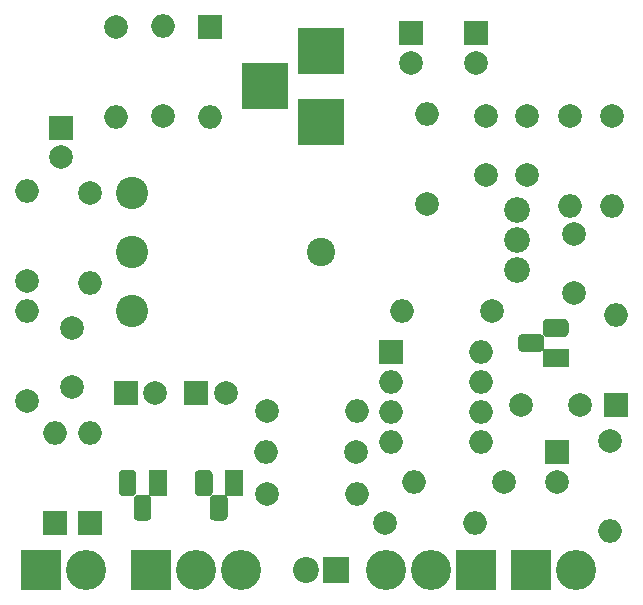
<source format=gbr>
G04 #@! TF.GenerationSoftware,KiCad,Pcbnew,(5.1.5-0-10_14)*
G04 #@! TF.CreationDate,2020-04-25T21:08:45+01:00*
G04 #@! TF.ProjectId,GlassBlower,476c6173-7342-46c6-9f77-65722e6b6963,rev?*
G04 #@! TF.SameCoordinates,Original*
G04 #@! TF.FileFunction,Soldermask,Top*
G04 #@! TF.FilePolarity,Negative*
%FSLAX46Y46*%
G04 Gerber Fmt 4.6, Leading zero omitted, Abs format (unit mm)*
G04 Created by KiCad (PCBNEW (5.1.5-0-10_14)) date 2020-04-25 21:08:45*
%MOMM*%
%LPD*%
G04 APERTURE LIST*
%ADD10R,2.000000X2.000000*%
%ADD11O,2.000000X2.000000*%
%ADD12C,2.000000*%
%ADD13C,2.400000*%
%ADD14C,2.740000*%
%ADD15C,3.399740*%
%ADD16R,3.399740X3.399740*%
%ADD17C,0.100000*%
%ADD18R,1.500000X2.200000*%
%ADD19R,3.900120X3.900120*%
%ADD20R,2.200000X2.200000*%
%ADD21C,2.200000*%
%ADD22R,2.200000X1.500000*%
%ADD23C,2.178000*%
G04 APERTURE END LIST*
D10*
X150340000Y-74000000D03*
D11*
X157960000Y-81620000D03*
X150340000Y-76540000D03*
X157960000Y-79080000D03*
X150340000Y-79080000D03*
X157960000Y-76540000D03*
X150340000Y-81620000D03*
X157960000Y-74000000D03*
D10*
X164340000Y-82500000D03*
D12*
X164340000Y-85000000D03*
X123340000Y-77000000D03*
X123340000Y-72000000D03*
D13*
X144340000Y-65500000D03*
D14*
X128340000Y-60500000D03*
X128340000Y-65500000D03*
X128340000Y-70500000D03*
D15*
X124500000Y-92500000D03*
D16*
X120690000Y-92500000D03*
D17*
G36*
X136141756Y-86071806D02*
G01*
X136178159Y-86077206D01*
X136213857Y-86086147D01*
X136248506Y-86098545D01*
X136281774Y-86114280D01*
X136313339Y-86133199D01*
X136342897Y-86155121D01*
X136370165Y-86179835D01*
X136394879Y-86207103D01*
X136416801Y-86236661D01*
X136435720Y-86268226D01*
X136451455Y-86301494D01*
X136463853Y-86336143D01*
X136472794Y-86371841D01*
X136478194Y-86408244D01*
X136480000Y-86445000D01*
X136480000Y-87895000D01*
X136478194Y-87931756D01*
X136472794Y-87968159D01*
X136463853Y-88003857D01*
X136451455Y-88038506D01*
X136435720Y-88071774D01*
X136416801Y-88103339D01*
X136394879Y-88132897D01*
X136370165Y-88160165D01*
X136342897Y-88184879D01*
X136313339Y-88206801D01*
X136281774Y-88225720D01*
X136248506Y-88241455D01*
X136213857Y-88253853D01*
X136178159Y-88262794D01*
X136141756Y-88268194D01*
X136105000Y-88270000D01*
X135355000Y-88270000D01*
X135318244Y-88268194D01*
X135281841Y-88262794D01*
X135246143Y-88253853D01*
X135211494Y-88241455D01*
X135178226Y-88225720D01*
X135146661Y-88206801D01*
X135117103Y-88184879D01*
X135089835Y-88160165D01*
X135065121Y-88132897D01*
X135043199Y-88103339D01*
X135024280Y-88071774D01*
X135008545Y-88038506D01*
X134996147Y-88003857D01*
X134987206Y-87968159D01*
X134981806Y-87931756D01*
X134980000Y-87895000D01*
X134980000Y-86445000D01*
X134981806Y-86408244D01*
X134987206Y-86371841D01*
X134996147Y-86336143D01*
X135008545Y-86301494D01*
X135024280Y-86268226D01*
X135043199Y-86236661D01*
X135065121Y-86207103D01*
X135089835Y-86179835D01*
X135117103Y-86155121D01*
X135146661Y-86133199D01*
X135178226Y-86114280D01*
X135211494Y-86098545D01*
X135246143Y-86086147D01*
X135281841Y-86077206D01*
X135318244Y-86071806D01*
X135355000Y-86070000D01*
X136105000Y-86070000D01*
X136141756Y-86071806D01*
G37*
G36*
X134871756Y-84001806D02*
G01*
X134908159Y-84007206D01*
X134943857Y-84016147D01*
X134978506Y-84028545D01*
X135011774Y-84044280D01*
X135043339Y-84063199D01*
X135072897Y-84085121D01*
X135100165Y-84109835D01*
X135124879Y-84137103D01*
X135146801Y-84166661D01*
X135165720Y-84198226D01*
X135181455Y-84231494D01*
X135193853Y-84266143D01*
X135202794Y-84301841D01*
X135208194Y-84338244D01*
X135210000Y-84375000D01*
X135210000Y-85825000D01*
X135208194Y-85861756D01*
X135202794Y-85898159D01*
X135193853Y-85933857D01*
X135181455Y-85968506D01*
X135165720Y-86001774D01*
X135146801Y-86033339D01*
X135124879Y-86062897D01*
X135100165Y-86090165D01*
X135072897Y-86114879D01*
X135043339Y-86136801D01*
X135011774Y-86155720D01*
X134978506Y-86171455D01*
X134943857Y-86183853D01*
X134908159Y-86192794D01*
X134871756Y-86198194D01*
X134835000Y-86200000D01*
X134085000Y-86200000D01*
X134048244Y-86198194D01*
X134011841Y-86192794D01*
X133976143Y-86183853D01*
X133941494Y-86171455D01*
X133908226Y-86155720D01*
X133876661Y-86136801D01*
X133847103Y-86114879D01*
X133819835Y-86090165D01*
X133795121Y-86062897D01*
X133773199Y-86033339D01*
X133754280Y-86001774D01*
X133738545Y-85968506D01*
X133726147Y-85933857D01*
X133717206Y-85898159D01*
X133711806Y-85861756D01*
X133710000Y-85825000D01*
X133710000Y-84375000D01*
X133711806Y-84338244D01*
X133717206Y-84301841D01*
X133726147Y-84266143D01*
X133738545Y-84231494D01*
X133754280Y-84198226D01*
X133773199Y-84166661D01*
X133795121Y-84137103D01*
X133819835Y-84109835D01*
X133847103Y-84085121D01*
X133876661Y-84063199D01*
X133908226Y-84044280D01*
X133941494Y-84028545D01*
X133976143Y-84016147D01*
X134011841Y-84007206D01*
X134048244Y-84001806D01*
X134085000Y-84000000D01*
X134835000Y-84000000D01*
X134871756Y-84001806D01*
G37*
D18*
X137000000Y-85100000D03*
D12*
X158840000Y-70500000D03*
D11*
X151220000Y-70500000D03*
D19*
X144340000Y-54500000D03*
X144340000Y-48500520D03*
X139641000Y-51500260D03*
D12*
X149840000Y-88500000D03*
D11*
X157460000Y-88500000D03*
D12*
X119500000Y-68000000D03*
D11*
X119500000Y-60380000D03*
D10*
X135000000Y-46500000D03*
D11*
X135000000Y-54120000D03*
X169340000Y-70880000D03*
D10*
X169340000Y-78500000D03*
D11*
X168840000Y-89120000D03*
D12*
X168840000Y-81500000D03*
D11*
X139720000Y-82500000D03*
D12*
X147340000Y-82500000D03*
X119500000Y-78120000D03*
D11*
X119500000Y-70500000D03*
D12*
X131000000Y-54000000D03*
D11*
X131000000Y-46380000D03*
X147460000Y-79000000D03*
D12*
X139840000Y-79000000D03*
D11*
X152220000Y-85000000D03*
D12*
X159840000Y-85000000D03*
X169000000Y-54000000D03*
D11*
X169000000Y-61620000D03*
X165500000Y-61620000D03*
D12*
X165500000Y-54000000D03*
D18*
X130540000Y-85100000D03*
D17*
G36*
X128411756Y-84001806D02*
G01*
X128448159Y-84007206D01*
X128483857Y-84016147D01*
X128518506Y-84028545D01*
X128551774Y-84044280D01*
X128583339Y-84063199D01*
X128612897Y-84085121D01*
X128640165Y-84109835D01*
X128664879Y-84137103D01*
X128686801Y-84166661D01*
X128705720Y-84198226D01*
X128721455Y-84231494D01*
X128733853Y-84266143D01*
X128742794Y-84301841D01*
X128748194Y-84338244D01*
X128750000Y-84375000D01*
X128750000Y-85825000D01*
X128748194Y-85861756D01*
X128742794Y-85898159D01*
X128733853Y-85933857D01*
X128721455Y-85968506D01*
X128705720Y-86001774D01*
X128686801Y-86033339D01*
X128664879Y-86062897D01*
X128640165Y-86090165D01*
X128612897Y-86114879D01*
X128583339Y-86136801D01*
X128551774Y-86155720D01*
X128518506Y-86171455D01*
X128483857Y-86183853D01*
X128448159Y-86192794D01*
X128411756Y-86198194D01*
X128375000Y-86200000D01*
X127625000Y-86200000D01*
X127588244Y-86198194D01*
X127551841Y-86192794D01*
X127516143Y-86183853D01*
X127481494Y-86171455D01*
X127448226Y-86155720D01*
X127416661Y-86136801D01*
X127387103Y-86114879D01*
X127359835Y-86090165D01*
X127335121Y-86062897D01*
X127313199Y-86033339D01*
X127294280Y-86001774D01*
X127278545Y-85968506D01*
X127266147Y-85933857D01*
X127257206Y-85898159D01*
X127251806Y-85861756D01*
X127250000Y-85825000D01*
X127250000Y-84375000D01*
X127251806Y-84338244D01*
X127257206Y-84301841D01*
X127266147Y-84266143D01*
X127278545Y-84231494D01*
X127294280Y-84198226D01*
X127313199Y-84166661D01*
X127335121Y-84137103D01*
X127359835Y-84109835D01*
X127387103Y-84085121D01*
X127416661Y-84063199D01*
X127448226Y-84044280D01*
X127481494Y-84028545D01*
X127516143Y-84016147D01*
X127551841Y-84007206D01*
X127588244Y-84001806D01*
X127625000Y-84000000D01*
X128375000Y-84000000D01*
X128411756Y-84001806D01*
G37*
G36*
X129681756Y-86071806D02*
G01*
X129718159Y-86077206D01*
X129753857Y-86086147D01*
X129788506Y-86098545D01*
X129821774Y-86114280D01*
X129853339Y-86133199D01*
X129882897Y-86155121D01*
X129910165Y-86179835D01*
X129934879Y-86207103D01*
X129956801Y-86236661D01*
X129975720Y-86268226D01*
X129991455Y-86301494D01*
X130003853Y-86336143D01*
X130012794Y-86371841D01*
X130018194Y-86408244D01*
X130020000Y-86445000D01*
X130020000Y-87895000D01*
X130018194Y-87931756D01*
X130012794Y-87968159D01*
X130003853Y-88003857D01*
X129991455Y-88038506D01*
X129975720Y-88071774D01*
X129956801Y-88103339D01*
X129934879Y-88132897D01*
X129910165Y-88160165D01*
X129882897Y-88184879D01*
X129853339Y-88206801D01*
X129821774Y-88225720D01*
X129788506Y-88241455D01*
X129753857Y-88253853D01*
X129718159Y-88262794D01*
X129681756Y-88268194D01*
X129645000Y-88270000D01*
X128895000Y-88270000D01*
X128858244Y-88268194D01*
X128821841Y-88262794D01*
X128786143Y-88253853D01*
X128751494Y-88241455D01*
X128718226Y-88225720D01*
X128686661Y-88206801D01*
X128657103Y-88184879D01*
X128629835Y-88160165D01*
X128605121Y-88132897D01*
X128583199Y-88103339D01*
X128564280Y-88071774D01*
X128548545Y-88038506D01*
X128536147Y-88003857D01*
X128527206Y-87968159D01*
X128521806Y-87931756D01*
X128520000Y-87895000D01*
X128520000Y-86445000D01*
X128521806Y-86408244D01*
X128527206Y-86371841D01*
X128536147Y-86336143D01*
X128548545Y-86301494D01*
X128564280Y-86268226D01*
X128583199Y-86236661D01*
X128605121Y-86207103D01*
X128629835Y-86179835D01*
X128657103Y-86155121D01*
X128686661Y-86133199D01*
X128718226Y-86114280D01*
X128751494Y-86098545D01*
X128786143Y-86086147D01*
X128821841Y-86077206D01*
X128858244Y-86071806D01*
X128895000Y-86070000D01*
X129645000Y-86070000D01*
X129681756Y-86071806D01*
G37*
D12*
X152000000Y-49500000D03*
D10*
X152000000Y-47000000D03*
X133840000Y-77500000D03*
D12*
X136340000Y-77500000D03*
X127000000Y-46500000D03*
D11*
X127000000Y-54120000D03*
D12*
X139840000Y-86000000D03*
D11*
X147460000Y-86000000D03*
D12*
X153340000Y-61500000D03*
D11*
X153340000Y-53880000D03*
D12*
X130340000Y-77500000D03*
D10*
X127840000Y-77500000D03*
X122340000Y-55000000D03*
D12*
X122340000Y-57500000D03*
X165840000Y-69000000D03*
X165840000Y-64000000D03*
X166340000Y-78500000D03*
X161340000Y-78500000D03*
D10*
X157500000Y-47000000D03*
D12*
X157500000Y-49500000D03*
X161840000Y-59000000D03*
X161840000Y-54000000D03*
X158340000Y-54000000D03*
X158340000Y-59000000D03*
D10*
X121840000Y-88500000D03*
D11*
X121840000Y-80880000D03*
X124840000Y-80880000D03*
D10*
X124840000Y-88500000D03*
D20*
X145630000Y-92500000D03*
D21*
X143090000Y-92500000D03*
D16*
X162190000Y-92500000D03*
D15*
X166000000Y-92500000D03*
D16*
X130000000Y-92500000D03*
D15*
X133810000Y-92500000D03*
X137620000Y-92500000D03*
D17*
G36*
X162931756Y-72481806D02*
G01*
X162968159Y-72487206D01*
X163003857Y-72496147D01*
X163038506Y-72508545D01*
X163071774Y-72524280D01*
X163103339Y-72543199D01*
X163132897Y-72565121D01*
X163160165Y-72589835D01*
X163184879Y-72617103D01*
X163206801Y-72646661D01*
X163225720Y-72678226D01*
X163241455Y-72711494D01*
X163253853Y-72746143D01*
X163262794Y-72781841D01*
X163268194Y-72818244D01*
X163270000Y-72855000D01*
X163270000Y-73605000D01*
X163268194Y-73641756D01*
X163262794Y-73678159D01*
X163253853Y-73713857D01*
X163241455Y-73748506D01*
X163225720Y-73781774D01*
X163206801Y-73813339D01*
X163184879Y-73842897D01*
X163160165Y-73870165D01*
X163132897Y-73894879D01*
X163103339Y-73916801D01*
X163071774Y-73935720D01*
X163038506Y-73951455D01*
X163003857Y-73963853D01*
X162968159Y-73972794D01*
X162931756Y-73978194D01*
X162895000Y-73980000D01*
X161445000Y-73980000D01*
X161408244Y-73978194D01*
X161371841Y-73972794D01*
X161336143Y-73963853D01*
X161301494Y-73951455D01*
X161268226Y-73935720D01*
X161236661Y-73916801D01*
X161207103Y-73894879D01*
X161179835Y-73870165D01*
X161155121Y-73842897D01*
X161133199Y-73813339D01*
X161114280Y-73781774D01*
X161098545Y-73748506D01*
X161086147Y-73713857D01*
X161077206Y-73678159D01*
X161071806Y-73641756D01*
X161070000Y-73605000D01*
X161070000Y-72855000D01*
X161071806Y-72818244D01*
X161077206Y-72781841D01*
X161086147Y-72746143D01*
X161098545Y-72711494D01*
X161114280Y-72678226D01*
X161133199Y-72646661D01*
X161155121Y-72617103D01*
X161179835Y-72589835D01*
X161207103Y-72565121D01*
X161236661Y-72543199D01*
X161268226Y-72524280D01*
X161301494Y-72508545D01*
X161336143Y-72496147D01*
X161371841Y-72487206D01*
X161408244Y-72481806D01*
X161445000Y-72480000D01*
X162895000Y-72480000D01*
X162931756Y-72481806D01*
G37*
G36*
X165001756Y-71211806D02*
G01*
X165038159Y-71217206D01*
X165073857Y-71226147D01*
X165108506Y-71238545D01*
X165141774Y-71254280D01*
X165173339Y-71273199D01*
X165202897Y-71295121D01*
X165230165Y-71319835D01*
X165254879Y-71347103D01*
X165276801Y-71376661D01*
X165295720Y-71408226D01*
X165311455Y-71441494D01*
X165323853Y-71476143D01*
X165332794Y-71511841D01*
X165338194Y-71548244D01*
X165340000Y-71585000D01*
X165340000Y-72335000D01*
X165338194Y-72371756D01*
X165332794Y-72408159D01*
X165323853Y-72443857D01*
X165311455Y-72478506D01*
X165295720Y-72511774D01*
X165276801Y-72543339D01*
X165254879Y-72572897D01*
X165230165Y-72600165D01*
X165202897Y-72624879D01*
X165173339Y-72646801D01*
X165141774Y-72665720D01*
X165108506Y-72681455D01*
X165073857Y-72693853D01*
X165038159Y-72702794D01*
X165001756Y-72708194D01*
X164965000Y-72710000D01*
X163515000Y-72710000D01*
X163478244Y-72708194D01*
X163441841Y-72702794D01*
X163406143Y-72693853D01*
X163371494Y-72681455D01*
X163338226Y-72665720D01*
X163306661Y-72646801D01*
X163277103Y-72624879D01*
X163249835Y-72600165D01*
X163225121Y-72572897D01*
X163203199Y-72543339D01*
X163184280Y-72511774D01*
X163168545Y-72478506D01*
X163156147Y-72443857D01*
X163147206Y-72408159D01*
X163141806Y-72371756D01*
X163140000Y-72335000D01*
X163140000Y-71585000D01*
X163141806Y-71548244D01*
X163147206Y-71511841D01*
X163156147Y-71476143D01*
X163168545Y-71441494D01*
X163184280Y-71408226D01*
X163203199Y-71376661D01*
X163225121Y-71347103D01*
X163249835Y-71319835D01*
X163277103Y-71295121D01*
X163306661Y-71273199D01*
X163338226Y-71254280D01*
X163371494Y-71238545D01*
X163406143Y-71226147D01*
X163441841Y-71217206D01*
X163478244Y-71211806D01*
X163515000Y-71210000D01*
X164965000Y-71210000D01*
X165001756Y-71211806D01*
G37*
D22*
X164240000Y-74500000D03*
D12*
X124840000Y-60500000D03*
D11*
X124840000Y-68120000D03*
D15*
X149880000Y-92500000D03*
X153690000Y-92500000D03*
D16*
X157500000Y-92500000D03*
D23*
X161000000Y-67040000D03*
X161000000Y-64500000D03*
X161000000Y-61960000D03*
M02*

</source>
